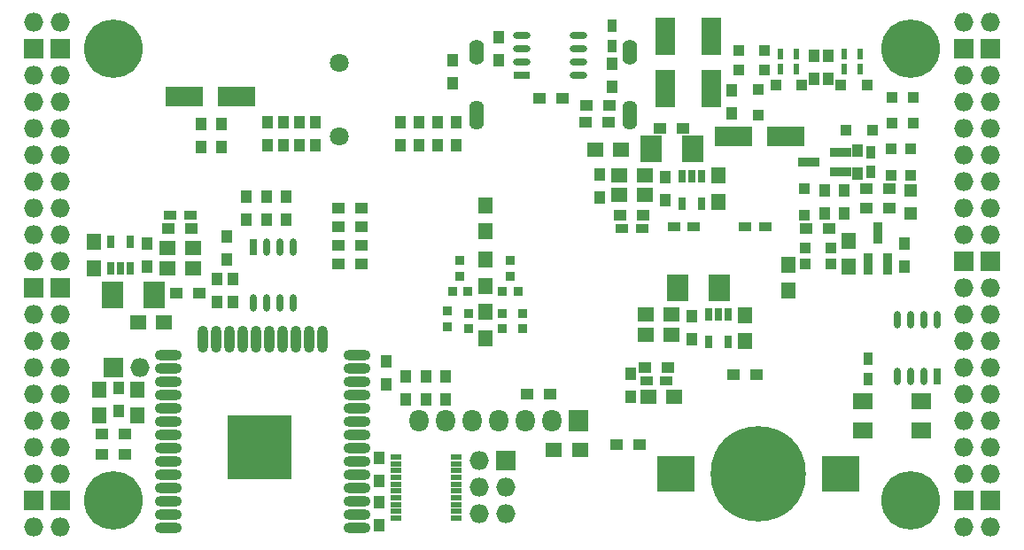
<source format=gbs>
G04 #@! TF.FileFunction,Soldermask,Bot*
%FSLAX46Y46*%
G04 Gerber Fmt 4.6, Leading zero omitted, Abs format (unit mm)*
G04 Created by KiCad (PCBNEW 4.0.7+dfsg1-1) date Wed Mar  7 12:13:34 2018*
%MOMM*%
%LPD*%
G01*
G04 APERTURE LIST*
%ADD10C,0.100000*%
%ADD11O,1.827200X1.827200*%
%ADD12R,1.827200X1.827200*%
%ADD13R,1.000000X1.300000*%
%ADD14R,1.900000X3.600000*%
%ADD15R,1.300000X1.000000*%
%ADD16R,2.100000X2.600000*%
%ADD17R,0.800000X1.300000*%
%ADD18R,1.350000X1.600000*%
%ADD19R,1.600000X1.350000*%
%ADD20R,0.900000X2.000000*%
%ADD21R,2.000000X0.900000*%
%ADD22R,1.300000X0.850000*%
%ADD23R,0.850000X1.300000*%
%ADD24C,5.600000*%
%ADD25R,1.100000X0.500000*%
%ADD26R,1.827200X2.132000*%
%ADD27O,1.827200X2.132000*%
%ADD28R,3.600000X1.900000*%
%ADD29R,3.600000X3.400000*%
%ADD30C,9.100000*%
%ADD31R,1.100000X1.100000*%
%ADD32C,1.800000*%
%ADD33O,1.400000X2.800000*%
%ADD34O,1.400000X2.400000*%
%ADD35R,0.700000X1.650000*%
%ADD36O,0.700000X1.650000*%
%ADD37R,1.650000X0.700000*%
%ADD38O,1.650000X0.700000*%
%ADD39O,2.600000X1.000000*%
%ADD40O,1.000000X2.600000*%
%ADD41R,6.100000X6.100000*%
%ADD42R,1.900000X1.500000*%
%ADD43R,1.300000X1.300000*%
%ADD44R,0.850000X0.900000*%
%ADD45R,0.900000X0.850000*%
%ADD46R,0.600000X1.000000*%
G04 APERTURE END LIST*
D10*
D11*
X97910000Y-62690000D03*
X95370000Y-62690000D03*
D12*
X97910000Y-65230000D03*
X95370000Y-65230000D03*
D11*
X97910000Y-67770000D03*
X95370000Y-67770000D03*
X97910000Y-70310000D03*
X95370000Y-70310000D03*
X97910000Y-72850000D03*
X95370000Y-72850000D03*
X97910000Y-75390000D03*
X95370000Y-75390000D03*
X97910000Y-77930000D03*
X95370000Y-77930000D03*
X97910000Y-80470000D03*
X95370000Y-80470000D03*
X97910000Y-83010000D03*
X95370000Y-83010000D03*
X97910000Y-85550000D03*
X95370000Y-85550000D03*
D12*
X97910000Y-88090000D03*
X95370000Y-88090000D03*
D11*
X97910000Y-90630000D03*
X95370000Y-90630000D03*
X97910000Y-93170000D03*
X95370000Y-93170000D03*
X97910000Y-95710000D03*
X95370000Y-95710000D03*
X97910000Y-98250000D03*
X95370000Y-98250000D03*
X97910000Y-100790000D03*
X95370000Y-100790000D03*
X97910000Y-103330000D03*
X95370000Y-103330000D03*
X97910000Y-105870000D03*
X95370000Y-105870000D03*
D12*
X97910000Y-108410000D03*
X95370000Y-108410000D03*
D11*
X97910000Y-110950000D03*
X95370000Y-110950000D03*
D13*
X103498000Y-99858000D03*
X103498000Y-97658000D03*
D14*
X155695000Y-69000000D03*
X155695000Y-64000000D03*
D15*
X157430000Y-72850000D03*
X155230000Y-72850000D03*
D16*
X160870000Y-88090000D03*
X156870000Y-88090000D03*
D17*
X159825000Y-90600000D03*
X160775000Y-90600000D03*
X161725000Y-90600000D03*
X161725000Y-93200000D03*
X159825000Y-93200000D03*
D16*
X102895000Y-88725000D03*
X106895000Y-88725000D03*
D17*
X104575000Y-86215000D03*
X103625000Y-86215000D03*
X102675000Y-86215000D03*
X102675000Y-83615000D03*
X104575000Y-83615000D03*
D16*
X158330000Y-74755000D03*
X154330000Y-74755000D03*
D17*
X157285000Y-77392000D03*
X158235000Y-77392000D03*
X159185000Y-77392000D03*
X159185000Y-79992000D03*
X157285000Y-79992000D03*
D18*
X101085000Y-83665000D03*
X101085000Y-86165000D03*
D19*
X153810000Y-90630000D03*
X156310000Y-90630000D03*
X153810000Y-92535000D03*
X156310000Y-92535000D03*
D18*
X163315000Y-93150000D03*
X163315000Y-90650000D03*
D19*
X151270000Y-79200000D03*
X153770000Y-79200000D03*
X151270000Y-77295000D03*
X153770000Y-77295000D03*
D18*
X160775000Y-79815000D03*
X160775000Y-77315000D03*
D19*
X110590000Y-84280000D03*
X108090000Y-84280000D03*
X110590000Y-86185000D03*
X108090000Y-86185000D03*
D18*
X173221000Y-86038000D03*
X173221000Y-83538000D03*
D20*
X176965000Y-85780000D03*
X175065000Y-85780000D03*
X176015000Y-82780000D03*
D21*
X172435000Y-75075000D03*
X172435000Y-76975000D03*
X169435000Y-76025000D03*
D22*
X153910000Y-96910000D03*
X155810000Y-96910000D03*
X151570000Y-82375000D03*
X153470000Y-82375000D03*
X110290000Y-81105000D03*
X108390000Y-81105000D03*
D23*
X175380000Y-75075000D03*
X175380000Y-76975000D03*
D15*
X169200000Y-82375000D03*
X171400000Y-82375000D03*
D13*
X172840000Y-80935000D03*
X172840000Y-78735000D03*
D15*
X177115000Y-80470000D03*
X174915000Y-80470000D03*
D13*
X174110000Y-74925000D03*
X174110000Y-77125000D03*
X178555000Y-83815000D03*
X178555000Y-86015000D03*
X113785000Y-83180000D03*
X113785000Y-85380000D03*
X170935000Y-80935000D03*
X170935000Y-78735000D03*
X128390000Y-108580000D03*
X128390000Y-110780000D03*
D15*
X153239000Y-103076000D03*
X151039000Y-103076000D03*
X177115000Y-78565000D03*
X174915000Y-78565000D03*
X153760000Y-95640000D03*
X155960000Y-95640000D03*
X110440000Y-82375000D03*
X108240000Y-82375000D03*
X151420000Y-81105000D03*
X153620000Y-81105000D03*
D13*
X158235000Y-90800000D03*
X158235000Y-93000000D03*
X106165000Y-86015000D03*
X106165000Y-83815000D03*
X155695000Y-77465000D03*
X155695000Y-79665000D03*
D15*
X126696000Y-85804000D03*
X124496000Y-85804000D03*
X126696000Y-84026000D03*
X124496000Y-84026000D03*
X126696000Y-82248000D03*
X124496000Y-82248000D03*
X126696000Y-80470000D03*
X124496000Y-80470000D03*
D13*
X130422000Y-74458000D03*
X130422000Y-72258000D03*
X132200000Y-74458000D03*
X132200000Y-72258000D03*
X133978000Y-74458000D03*
X133978000Y-72258000D03*
X135756000Y-74458000D03*
X135756000Y-72258000D03*
D23*
X150589600Y-64910000D03*
X150589600Y-63010000D03*
D11*
X184270000Y-110950000D03*
X186810000Y-110950000D03*
D12*
X184270000Y-108410000D03*
X186810000Y-108410000D03*
D11*
X184270000Y-105870000D03*
X186810000Y-105870000D03*
X184270000Y-103330000D03*
X186810000Y-103330000D03*
X184270000Y-100790000D03*
X186810000Y-100790000D03*
X184270000Y-98250000D03*
X186810000Y-98250000D03*
X184270000Y-95710000D03*
X186810000Y-95710000D03*
X184270000Y-93170000D03*
X186810000Y-93170000D03*
X184270000Y-90630000D03*
X186810000Y-90630000D03*
X184270000Y-88090000D03*
X186810000Y-88090000D03*
D12*
X184270000Y-85550000D03*
X186810000Y-85550000D03*
D11*
X184270000Y-83010000D03*
X186810000Y-83010000D03*
X184270000Y-80470000D03*
X186810000Y-80470000D03*
X184270000Y-77930000D03*
X186810000Y-77930000D03*
X184270000Y-75390000D03*
X186810000Y-75390000D03*
X184270000Y-72850000D03*
X186810000Y-72850000D03*
X184270000Y-70310000D03*
X186810000Y-70310000D03*
X184270000Y-67770000D03*
X186810000Y-67770000D03*
D12*
X184270000Y-65230000D03*
X186810000Y-65230000D03*
D11*
X184270000Y-62690000D03*
X186810000Y-62690000D03*
D24*
X102990000Y-108410000D03*
X179190000Y-108410000D03*
X179190000Y-65230000D03*
X102990000Y-65230000D03*
D13*
X162045000Y-71410000D03*
X162045000Y-69210000D03*
X139820000Y-66330000D03*
X139820000Y-64130000D03*
X135375000Y-68532000D03*
X135375000Y-66332000D03*
X150615000Y-68870000D03*
X150615000Y-66670000D03*
D15*
X150275000Y-72215000D03*
X148075000Y-72215000D03*
X150380000Y-70600000D03*
X148180000Y-70600000D03*
D25*
X135735000Y-104215000D03*
X135735000Y-104865000D03*
X135735000Y-105515000D03*
X135735000Y-106165000D03*
X135735000Y-106815000D03*
X135735000Y-107465000D03*
X135735000Y-108115000D03*
X135735000Y-108765000D03*
X135735000Y-109415000D03*
X135735000Y-110065000D03*
X129935000Y-110065000D03*
X129935000Y-109415000D03*
X129935000Y-108765000D03*
X129935000Y-108115000D03*
X129935000Y-107465000D03*
X129935000Y-106815000D03*
X129935000Y-106165000D03*
X129935000Y-105515000D03*
X129935000Y-104865000D03*
X129935000Y-104215000D03*
D13*
X119500000Y-79370000D03*
X119500000Y-81570000D03*
X114420000Y-89444000D03*
X114420000Y-87244000D03*
X129025000Y-97275000D03*
X129025000Y-95075000D03*
X117595000Y-79370000D03*
X117595000Y-81570000D03*
X112896000Y-89444000D03*
X112896000Y-87244000D03*
X115690000Y-79370000D03*
X115690000Y-81570000D03*
D15*
X144730000Y-98250000D03*
X142530000Y-98250000D03*
D13*
X132835000Y-98715000D03*
X132835000Y-96515000D03*
X130930000Y-98715000D03*
X130930000Y-96515000D03*
D15*
X101890000Y-103965000D03*
X104090000Y-103965000D03*
D12*
X102990000Y-95710000D03*
D11*
X105530000Y-95710000D03*
D15*
X104090000Y-102060000D03*
X101890000Y-102060000D03*
D18*
X167506000Y-88324000D03*
X167506000Y-85824000D03*
D15*
X164415000Y-96345000D03*
X162215000Y-96345000D03*
D12*
X140455000Y-104600000D03*
D11*
X137915000Y-104600000D03*
X140455000Y-107140000D03*
X137915000Y-107140000D03*
X140455000Y-109680000D03*
X137915000Y-109680000D03*
D18*
X138500000Y-90370000D03*
X138500000Y-92870000D03*
X138500000Y-82670000D03*
X138500000Y-80170000D03*
X138500000Y-85370000D03*
X138500000Y-87870000D03*
X101593000Y-97762000D03*
X101593000Y-100262000D03*
D13*
X113277000Y-74585000D03*
X113277000Y-72385000D03*
X111372000Y-74585000D03*
X111372000Y-72385000D03*
X171316000Y-68065000D03*
X171316000Y-65865000D03*
X169919000Y-68065000D03*
X169919000Y-65865000D03*
D26*
X147440000Y-100790000D03*
D27*
X144900000Y-100790000D03*
X142360000Y-100790000D03*
X139820000Y-100790000D03*
X137280000Y-100790000D03*
X134740000Y-100790000D03*
X132200000Y-100790000D03*
D18*
X105276000Y-100262000D03*
X105276000Y-97762000D03*
D28*
X109761000Y-69802000D03*
X114761000Y-69802000D03*
X167212000Y-73612000D03*
X162212000Y-73612000D03*
D14*
X160140000Y-64000000D03*
X160140000Y-69000000D03*
D19*
X154064000Y-98504000D03*
X156564000Y-98504000D03*
X107796000Y-91392000D03*
X105296000Y-91392000D03*
X151484000Y-74882000D03*
X148984000Y-74882000D03*
D13*
X134740000Y-96515000D03*
X134740000Y-98715000D03*
D29*
X172485000Y-105870000D03*
X156685000Y-105870000D03*
D30*
X164585000Y-105870000D03*
D31*
X168756000Y-68659000D03*
X166256000Y-68659000D03*
X172479000Y-68659000D03*
X174979000Y-68659000D03*
X169050000Y-84280000D03*
X171550000Y-84280000D03*
X169030000Y-81085000D03*
X169030000Y-78585000D03*
X171550000Y-85804000D03*
X169050000Y-85804000D03*
X179190000Y-77275000D03*
X179190000Y-74775000D03*
X177285000Y-74775000D03*
X177285000Y-77275000D03*
X172987000Y-72977000D03*
X175487000Y-72977000D03*
X164585000Y-69060000D03*
X164585000Y-71560000D03*
D13*
X128390000Y-106546000D03*
X128390000Y-104346000D03*
X117722000Y-74458000D03*
X117722000Y-72258000D03*
X119246000Y-74458000D03*
X119246000Y-72258000D03*
X120770000Y-74458000D03*
X120770000Y-72258000D03*
X122294000Y-74458000D03*
X122294000Y-72258000D03*
D15*
X145880000Y-69900000D03*
X143680000Y-69900000D03*
D32*
X124580000Y-66548000D03*
X124580000Y-73548000D03*
D33*
X152280000Y-71550000D03*
X137680000Y-71550000D03*
D34*
X137680000Y-65500000D03*
X152280000Y-65500000D03*
D35*
X181730000Y-96505000D03*
D36*
X180460000Y-96505000D03*
X179190000Y-96505000D03*
X177920000Y-96505000D03*
X177920000Y-91105000D03*
X179190000Y-91105000D03*
X180460000Y-91105000D03*
X181730000Y-91105000D03*
D37*
X141980000Y-67706500D03*
D38*
X141980000Y-66436500D03*
X141980000Y-65166500D03*
X141980000Y-63896500D03*
X147380000Y-63896500D03*
X147380000Y-65166500D03*
X147380000Y-66436500D03*
X147380000Y-67706500D03*
D35*
X116325000Y-84120000D03*
D36*
X117595000Y-84120000D03*
X118865000Y-84120000D03*
X120135000Y-84120000D03*
X120135000Y-89520000D03*
X118865000Y-89520000D03*
X117595000Y-89520000D03*
X116325000Y-89520000D03*
D39*
X126230000Y-111000000D03*
X126230000Y-109730000D03*
X126230000Y-108460000D03*
X126230000Y-107190000D03*
X126230000Y-105920000D03*
X126230000Y-104650000D03*
X126230000Y-103380000D03*
X126230000Y-102110000D03*
X126230000Y-100840000D03*
X126230000Y-99570000D03*
X126230000Y-98300000D03*
X126230000Y-97030000D03*
X126230000Y-95760000D03*
X126230000Y-94490000D03*
D40*
X122945000Y-93000000D03*
X121675000Y-93000000D03*
X120405000Y-93000000D03*
X119135000Y-93000000D03*
X117865000Y-93000000D03*
X116595000Y-93000000D03*
X115325000Y-93000000D03*
X114055000Y-93000000D03*
X112785000Y-93000000D03*
X111515000Y-93000000D03*
D39*
X108230000Y-94490000D03*
X108230000Y-95760000D03*
X108230000Y-97030000D03*
X108230000Y-98300000D03*
X108230000Y-99570000D03*
X108230000Y-100840000D03*
X108230000Y-102110000D03*
X108230000Y-103380000D03*
X108230000Y-104650000D03*
X108230000Y-105920000D03*
X108230000Y-107190000D03*
X108230000Y-108460000D03*
X108230000Y-109730000D03*
X108230000Y-111000000D03*
D41*
X116930000Y-103300000D03*
D42*
X180212000Y-98882000D03*
X174612000Y-98882000D03*
X174612000Y-101682000D03*
X180212000Y-101682000D03*
D43*
X179190000Y-78735000D03*
X179190000Y-80935000D03*
D44*
X140900000Y-86970000D03*
X140900000Y-85470000D03*
X136100000Y-86970000D03*
X136100000Y-85470000D03*
X136900000Y-91970000D03*
X136900000Y-90470000D03*
X140100000Y-91970000D03*
X140100000Y-90470000D03*
X142100000Y-91970000D03*
X142100000Y-90470000D03*
X134900000Y-91770000D03*
X134900000Y-90270000D03*
D45*
X136850000Y-88420000D03*
X135350000Y-88420000D03*
X140150000Y-88420000D03*
X141650000Y-88420000D03*
D22*
X163350000Y-82220000D03*
X165250000Y-82220000D03*
X158450000Y-82220000D03*
X156550000Y-82220000D03*
D23*
X175100000Y-94870000D03*
X175100000Y-96770000D03*
D46*
X166756000Y-67135000D03*
X168256000Y-67135000D03*
X174350000Y-67120000D03*
X172850000Y-67120000D03*
D31*
X162700000Y-67262000D03*
X165200000Y-67262000D03*
X165200000Y-65357000D03*
X162700000Y-65357000D03*
X177412000Y-72322000D03*
X177412000Y-69822000D03*
X179444000Y-69822000D03*
X179444000Y-72322000D03*
D46*
X166756000Y-65738000D03*
X168256000Y-65738000D03*
X172852000Y-65738000D03*
X174352000Y-65738000D03*
D13*
X152393000Y-96261000D03*
X152393000Y-98461000D03*
D15*
X109002000Y-88598000D03*
X111202000Y-88598000D03*
D13*
X149472000Y-77211000D03*
X149472000Y-79411000D03*
D19*
X145047000Y-103584000D03*
X147547000Y-103584000D03*
M02*

</source>
